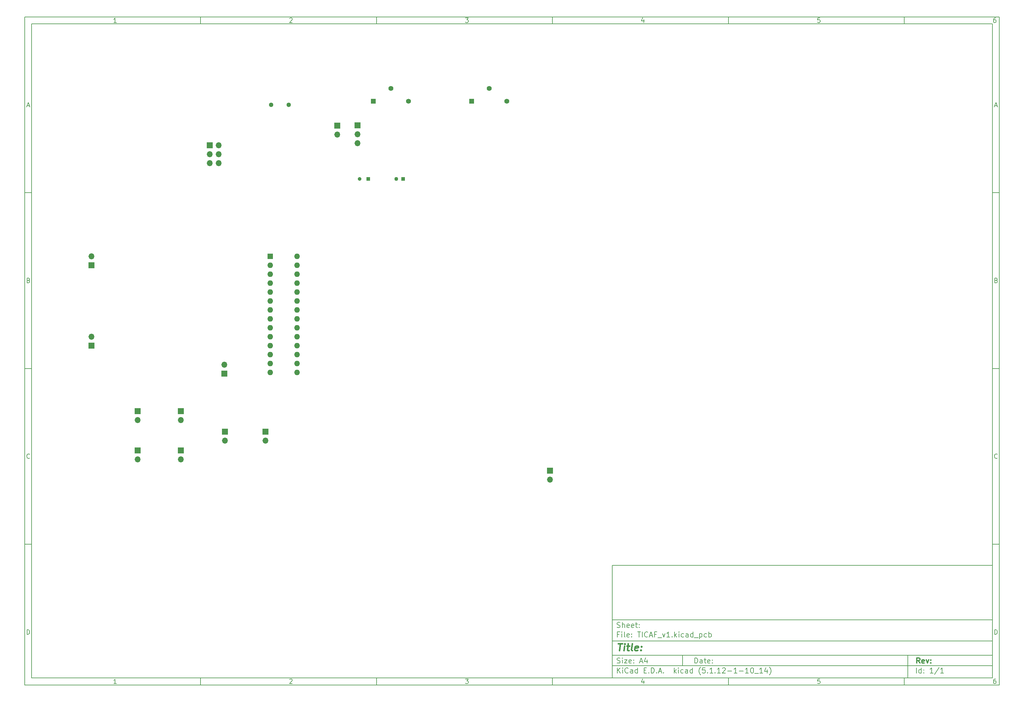
<source format=gbr>
%TF.GenerationSoftware,KiCad,Pcbnew,(5.1.12-1-10_14)*%
%TF.CreationDate,2021-12-30T00:25:25+00:00*%
%TF.ProjectId,TICAF_v1,54494341-465f-4763-912e-6b696361645f,rev?*%
%TF.SameCoordinates,Original*%
%TF.FileFunction,Soldermask,Bot*%
%TF.FilePolarity,Negative*%
%FSLAX46Y46*%
G04 Gerber Fmt 4.6, Leading zero omitted, Abs format (unit mm)*
G04 Created by KiCad (PCBNEW (5.1.12-1-10_14)) date 2021-12-30 00:25:25*
%MOMM*%
%LPD*%
G01*
G04 APERTURE LIST*
%ADD10C,0.100000*%
%ADD11C,0.150000*%
%ADD12C,0.300000*%
%ADD13C,0.400000*%
%ADD14O,1.700000X1.700000*%
%ADD15R,1.700000X1.700000*%
%ADD16O,1.600000X1.600000*%
%ADD17R,1.600000X1.600000*%
%ADD18C,1.408000*%
%ADD19R,1.408000X1.408000*%
%ADD20C,1.300000*%
%ADD21C,1.100000*%
%ADD22R,1.100000X1.100000*%
%ADD23C,1.050000*%
%ADD24R,1.050000X1.050000*%
G04 APERTURE END LIST*
D10*
D11*
X177002200Y-166007200D02*
X177002200Y-198007200D01*
X285002200Y-198007200D01*
X285002200Y-166007200D01*
X177002200Y-166007200D01*
D10*
D11*
X10000000Y-10000000D02*
X10000000Y-200007200D01*
X287002200Y-200007200D01*
X287002200Y-10000000D01*
X10000000Y-10000000D01*
D10*
D11*
X12000000Y-12000000D02*
X12000000Y-198007200D01*
X285002200Y-198007200D01*
X285002200Y-12000000D01*
X12000000Y-12000000D01*
D10*
D11*
X60000000Y-12000000D02*
X60000000Y-10000000D01*
D10*
D11*
X110000000Y-12000000D02*
X110000000Y-10000000D01*
D10*
D11*
X160000000Y-12000000D02*
X160000000Y-10000000D01*
D10*
D11*
X210000000Y-12000000D02*
X210000000Y-10000000D01*
D10*
D11*
X260000000Y-12000000D02*
X260000000Y-10000000D01*
D10*
D11*
X36065476Y-11588095D02*
X35322619Y-11588095D01*
X35694047Y-11588095D02*
X35694047Y-10288095D01*
X35570238Y-10473809D01*
X35446428Y-10597619D01*
X35322619Y-10659523D01*
D10*
D11*
X85322619Y-10411904D02*
X85384523Y-10350000D01*
X85508333Y-10288095D01*
X85817857Y-10288095D01*
X85941666Y-10350000D01*
X86003571Y-10411904D01*
X86065476Y-10535714D01*
X86065476Y-10659523D01*
X86003571Y-10845238D01*
X85260714Y-11588095D01*
X86065476Y-11588095D01*
D10*
D11*
X135260714Y-10288095D02*
X136065476Y-10288095D01*
X135632142Y-10783333D01*
X135817857Y-10783333D01*
X135941666Y-10845238D01*
X136003571Y-10907142D01*
X136065476Y-11030952D01*
X136065476Y-11340476D01*
X136003571Y-11464285D01*
X135941666Y-11526190D01*
X135817857Y-11588095D01*
X135446428Y-11588095D01*
X135322619Y-11526190D01*
X135260714Y-11464285D01*
D10*
D11*
X185941666Y-10721428D02*
X185941666Y-11588095D01*
X185632142Y-10226190D02*
X185322619Y-11154761D01*
X186127380Y-11154761D01*
D10*
D11*
X236003571Y-10288095D02*
X235384523Y-10288095D01*
X235322619Y-10907142D01*
X235384523Y-10845238D01*
X235508333Y-10783333D01*
X235817857Y-10783333D01*
X235941666Y-10845238D01*
X236003571Y-10907142D01*
X236065476Y-11030952D01*
X236065476Y-11340476D01*
X236003571Y-11464285D01*
X235941666Y-11526190D01*
X235817857Y-11588095D01*
X235508333Y-11588095D01*
X235384523Y-11526190D01*
X235322619Y-11464285D01*
D10*
D11*
X285941666Y-10288095D02*
X285694047Y-10288095D01*
X285570238Y-10350000D01*
X285508333Y-10411904D01*
X285384523Y-10597619D01*
X285322619Y-10845238D01*
X285322619Y-11340476D01*
X285384523Y-11464285D01*
X285446428Y-11526190D01*
X285570238Y-11588095D01*
X285817857Y-11588095D01*
X285941666Y-11526190D01*
X286003571Y-11464285D01*
X286065476Y-11340476D01*
X286065476Y-11030952D01*
X286003571Y-10907142D01*
X285941666Y-10845238D01*
X285817857Y-10783333D01*
X285570238Y-10783333D01*
X285446428Y-10845238D01*
X285384523Y-10907142D01*
X285322619Y-11030952D01*
D10*
D11*
X60000000Y-198007200D02*
X60000000Y-200007200D01*
D10*
D11*
X110000000Y-198007200D02*
X110000000Y-200007200D01*
D10*
D11*
X160000000Y-198007200D02*
X160000000Y-200007200D01*
D10*
D11*
X210000000Y-198007200D02*
X210000000Y-200007200D01*
D10*
D11*
X260000000Y-198007200D02*
X260000000Y-200007200D01*
D10*
D11*
X36065476Y-199595295D02*
X35322619Y-199595295D01*
X35694047Y-199595295D02*
X35694047Y-198295295D01*
X35570238Y-198481009D01*
X35446428Y-198604819D01*
X35322619Y-198666723D01*
D10*
D11*
X85322619Y-198419104D02*
X85384523Y-198357200D01*
X85508333Y-198295295D01*
X85817857Y-198295295D01*
X85941666Y-198357200D01*
X86003571Y-198419104D01*
X86065476Y-198542914D01*
X86065476Y-198666723D01*
X86003571Y-198852438D01*
X85260714Y-199595295D01*
X86065476Y-199595295D01*
D10*
D11*
X135260714Y-198295295D02*
X136065476Y-198295295D01*
X135632142Y-198790533D01*
X135817857Y-198790533D01*
X135941666Y-198852438D01*
X136003571Y-198914342D01*
X136065476Y-199038152D01*
X136065476Y-199347676D01*
X136003571Y-199471485D01*
X135941666Y-199533390D01*
X135817857Y-199595295D01*
X135446428Y-199595295D01*
X135322619Y-199533390D01*
X135260714Y-199471485D01*
D10*
D11*
X185941666Y-198728628D02*
X185941666Y-199595295D01*
X185632142Y-198233390D02*
X185322619Y-199161961D01*
X186127380Y-199161961D01*
D10*
D11*
X236003571Y-198295295D02*
X235384523Y-198295295D01*
X235322619Y-198914342D01*
X235384523Y-198852438D01*
X235508333Y-198790533D01*
X235817857Y-198790533D01*
X235941666Y-198852438D01*
X236003571Y-198914342D01*
X236065476Y-199038152D01*
X236065476Y-199347676D01*
X236003571Y-199471485D01*
X235941666Y-199533390D01*
X235817857Y-199595295D01*
X235508333Y-199595295D01*
X235384523Y-199533390D01*
X235322619Y-199471485D01*
D10*
D11*
X285941666Y-198295295D02*
X285694047Y-198295295D01*
X285570238Y-198357200D01*
X285508333Y-198419104D01*
X285384523Y-198604819D01*
X285322619Y-198852438D01*
X285322619Y-199347676D01*
X285384523Y-199471485D01*
X285446428Y-199533390D01*
X285570238Y-199595295D01*
X285817857Y-199595295D01*
X285941666Y-199533390D01*
X286003571Y-199471485D01*
X286065476Y-199347676D01*
X286065476Y-199038152D01*
X286003571Y-198914342D01*
X285941666Y-198852438D01*
X285817857Y-198790533D01*
X285570238Y-198790533D01*
X285446428Y-198852438D01*
X285384523Y-198914342D01*
X285322619Y-199038152D01*
D10*
D11*
X10000000Y-60000000D02*
X12000000Y-60000000D01*
D10*
D11*
X10000000Y-110000000D02*
X12000000Y-110000000D01*
D10*
D11*
X10000000Y-160000000D02*
X12000000Y-160000000D01*
D10*
D11*
X10690476Y-35216666D02*
X11309523Y-35216666D01*
X10566666Y-35588095D02*
X11000000Y-34288095D01*
X11433333Y-35588095D01*
D10*
D11*
X11092857Y-84907142D02*
X11278571Y-84969047D01*
X11340476Y-85030952D01*
X11402380Y-85154761D01*
X11402380Y-85340476D01*
X11340476Y-85464285D01*
X11278571Y-85526190D01*
X11154761Y-85588095D01*
X10659523Y-85588095D01*
X10659523Y-84288095D01*
X11092857Y-84288095D01*
X11216666Y-84350000D01*
X11278571Y-84411904D01*
X11340476Y-84535714D01*
X11340476Y-84659523D01*
X11278571Y-84783333D01*
X11216666Y-84845238D01*
X11092857Y-84907142D01*
X10659523Y-84907142D01*
D10*
D11*
X11402380Y-135464285D02*
X11340476Y-135526190D01*
X11154761Y-135588095D01*
X11030952Y-135588095D01*
X10845238Y-135526190D01*
X10721428Y-135402380D01*
X10659523Y-135278571D01*
X10597619Y-135030952D01*
X10597619Y-134845238D01*
X10659523Y-134597619D01*
X10721428Y-134473809D01*
X10845238Y-134350000D01*
X11030952Y-134288095D01*
X11154761Y-134288095D01*
X11340476Y-134350000D01*
X11402380Y-134411904D01*
D10*
D11*
X10659523Y-185588095D02*
X10659523Y-184288095D01*
X10969047Y-184288095D01*
X11154761Y-184350000D01*
X11278571Y-184473809D01*
X11340476Y-184597619D01*
X11402380Y-184845238D01*
X11402380Y-185030952D01*
X11340476Y-185278571D01*
X11278571Y-185402380D01*
X11154761Y-185526190D01*
X10969047Y-185588095D01*
X10659523Y-185588095D01*
D10*
D11*
X287002200Y-60000000D02*
X285002200Y-60000000D01*
D10*
D11*
X287002200Y-110000000D02*
X285002200Y-110000000D01*
D10*
D11*
X287002200Y-160000000D02*
X285002200Y-160000000D01*
D10*
D11*
X285692676Y-35216666D02*
X286311723Y-35216666D01*
X285568866Y-35588095D02*
X286002200Y-34288095D01*
X286435533Y-35588095D01*
D10*
D11*
X286095057Y-84907142D02*
X286280771Y-84969047D01*
X286342676Y-85030952D01*
X286404580Y-85154761D01*
X286404580Y-85340476D01*
X286342676Y-85464285D01*
X286280771Y-85526190D01*
X286156961Y-85588095D01*
X285661723Y-85588095D01*
X285661723Y-84288095D01*
X286095057Y-84288095D01*
X286218866Y-84350000D01*
X286280771Y-84411904D01*
X286342676Y-84535714D01*
X286342676Y-84659523D01*
X286280771Y-84783333D01*
X286218866Y-84845238D01*
X286095057Y-84907142D01*
X285661723Y-84907142D01*
D10*
D11*
X286404580Y-135464285D02*
X286342676Y-135526190D01*
X286156961Y-135588095D01*
X286033152Y-135588095D01*
X285847438Y-135526190D01*
X285723628Y-135402380D01*
X285661723Y-135278571D01*
X285599819Y-135030952D01*
X285599819Y-134845238D01*
X285661723Y-134597619D01*
X285723628Y-134473809D01*
X285847438Y-134350000D01*
X286033152Y-134288095D01*
X286156961Y-134288095D01*
X286342676Y-134350000D01*
X286404580Y-134411904D01*
D10*
D11*
X285661723Y-185588095D02*
X285661723Y-184288095D01*
X285971247Y-184288095D01*
X286156961Y-184350000D01*
X286280771Y-184473809D01*
X286342676Y-184597619D01*
X286404580Y-184845238D01*
X286404580Y-185030952D01*
X286342676Y-185278571D01*
X286280771Y-185402380D01*
X286156961Y-185526190D01*
X285971247Y-185588095D01*
X285661723Y-185588095D01*
D10*
D11*
X200434342Y-193785771D02*
X200434342Y-192285771D01*
X200791485Y-192285771D01*
X201005771Y-192357200D01*
X201148628Y-192500057D01*
X201220057Y-192642914D01*
X201291485Y-192928628D01*
X201291485Y-193142914D01*
X201220057Y-193428628D01*
X201148628Y-193571485D01*
X201005771Y-193714342D01*
X200791485Y-193785771D01*
X200434342Y-193785771D01*
X202577200Y-193785771D02*
X202577200Y-193000057D01*
X202505771Y-192857200D01*
X202362914Y-192785771D01*
X202077200Y-192785771D01*
X201934342Y-192857200D01*
X202577200Y-193714342D02*
X202434342Y-193785771D01*
X202077200Y-193785771D01*
X201934342Y-193714342D01*
X201862914Y-193571485D01*
X201862914Y-193428628D01*
X201934342Y-193285771D01*
X202077200Y-193214342D01*
X202434342Y-193214342D01*
X202577200Y-193142914D01*
X203077200Y-192785771D02*
X203648628Y-192785771D01*
X203291485Y-192285771D02*
X203291485Y-193571485D01*
X203362914Y-193714342D01*
X203505771Y-193785771D01*
X203648628Y-193785771D01*
X204720057Y-193714342D02*
X204577200Y-193785771D01*
X204291485Y-193785771D01*
X204148628Y-193714342D01*
X204077200Y-193571485D01*
X204077200Y-193000057D01*
X204148628Y-192857200D01*
X204291485Y-192785771D01*
X204577200Y-192785771D01*
X204720057Y-192857200D01*
X204791485Y-193000057D01*
X204791485Y-193142914D01*
X204077200Y-193285771D01*
X205434342Y-193642914D02*
X205505771Y-193714342D01*
X205434342Y-193785771D01*
X205362914Y-193714342D01*
X205434342Y-193642914D01*
X205434342Y-193785771D01*
X205434342Y-192857200D02*
X205505771Y-192928628D01*
X205434342Y-193000057D01*
X205362914Y-192928628D01*
X205434342Y-192857200D01*
X205434342Y-193000057D01*
D10*
D11*
X177002200Y-194507200D02*
X285002200Y-194507200D01*
D10*
D11*
X178434342Y-196585771D02*
X178434342Y-195085771D01*
X179291485Y-196585771D02*
X178648628Y-195728628D01*
X179291485Y-195085771D02*
X178434342Y-195942914D01*
X179934342Y-196585771D02*
X179934342Y-195585771D01*
X179934342Y-195085771D02*
X179862914Y-195157200D01*
X179934342Y-195228628D01*
X180005771Y-195157200D01*
X179934342Y-195085771D01*
X179934342Y-195228628D01*
X181505771Y-196442914D02*
X181434342Y-196514342D01*
X181220057Y-196585771D01*
X181077200Y-196585771D01*
X180862914Y-196514342D01*
X180720057Y-196371485D01*
X180648628Y-196228628D01*
X180577200Y-195942914D01*
X180577200Y-195728628D01*
X180648628Y-195442914D01*
X180720057Y-195300057D01*
X180862914Y-195157200D01*
X181077200Y-195085771D01*
X181220057Y-195085771D01*
X181434342Y-195157200D01*
X181505771Y-195228628D01*
X182791485Y-196585771D02*
X182791485Y-195800057D01*
X182720057Y-195657200D01*
X182577200Y-195585771D01*
X182291485Y-195585771D01*
X182148628Y-195657200D01*
X182791485Y-196514342D02*
X182648628Y-196585771D01*
X182291485Y-196585771D01*
X182148628Y-196514342D01*
X182077200Y-196371485D01*
X182077200Y-196228628D01*
X182148628Y-196085771D01*
X182291485Y-196014342D01*
X182648628Y-196014342D01*
X182791485Y-195942914D01*
X184148628Y-196585771D02*
X184148628Y-195085771D01*
X184148628Y-196514342D02*
X184005771Y-196585771D01*
X183720057Y-196585771D01*
X183577200Y-196514342D01*
X183505771Y-196442914D01*
X183434342Y-196300057D01*
X183434342Y-195871485D01*
X183505771Y-195728628D01*
X183577200Y-195657200D01*
X183720057Y-195585771D01*
X184005771Y-195585771D01*
X184148628Y-195657200D01*
X186005771Y-195800057D02*
X186505771Y-195800057D01*
X186720057Y-196585771D02*
X186005771Y-196585771D01*
X186005771Y-195085771D01*
X186720057Y-195085771D01*
X187362914Y-196442914D02*
X187434342Y-196514342D01*
X187362914Y-196585771D01*
X187291485Y-196514342D01*
X187362914Y-196442914D01*
X187362914Y-196585771D01*
X188077200Y-196585771D02*
X188077200Y-195085771D01*
X188434342Y-195085771D01*
X188648628Y-195157200D01*
X188791485Y-195300057D01*
X188862914Y-195442914D01*
X188934342Y-195728628D01*
X188934342Y-195942914D01*
X188862914Y-196228628D01*
X188791485Y-196371485D01*
X188648628Y-196514342D01*
X188434342Y-196585771D01*
X188077200Y-196585771D01*
X189577200Y-196442914D02*
X189648628Y-196514342D01*
X189577200Y-196585771D01*
X189505771Y-196514342D01*
X189577200Y-196442914D01*
X189577200Y-196585771D01*
X190220057Y-196157200D02*
X190934342Y-196157200D01*
X190077200Y-196585771D02*
X190577200Y-195085771D01*
X191077200Y-196585771D01*
X191577200Y-196442914D02*
X191648628Y-196514342D01*
X191577200Y-196585771D01*
X191505771Y-196514342D01*
X191577200Y-196442914D01*
X191577200Y-196585771D01*
X194577200Y-196585771D02*
X194577200Y-195085771D01*
X194720057Y-196014342D02*
X195148628Y-196585771D01*
X195148628Y-195585771D02*
X194577200Y-196157200D01*
X195791485Y-196585771D02*
X195791485Y-195585771D01*
X195791485Y-195085771D02*
X195720057Y-195157200D01*
X195791485Y-195228628D01*
X195862914Y-195157200D01*
X195791485Y-195085771D01*
X195791485Y-195228628D01*
X197148628Y-196514342D02*
X197005771Y-196585771D01*
X196720057Y-196585771D01*
X196577200Y-196514342D01*
X196505771Y-196442914D01*
X196434342Y-196300057D01*
X196434342Y-195871485D01*
X196505771Y-195728628D01*
X196577200Y-195657200D01*
X196720057Y-195585771D01*
X197005771Y-195585771D01*
X197148628Y-195657200D01*
X198434342Y-196585771D02*
X198434342Y-195800057D01*
X198362914Y-195657200D01*
X198220057Y-195585771D01*
X197934342Y-195585771D01*
X197791485Y-195657200D01*
X198434342Y-196514342D02*
X198291485Y-196585771D01*
X197934342Y-196585771D01*
X197791485Y-196514342D01*
X197720057Y-196371485D01*
X197720057Y-196228628D01*
X197791485Y-196085771D01*
X197934342Y-196014342D01*
X198291485Y-196014342D01*
X198434342Y-195942914D01*
X199791485Y-196585771D02*
X199791485Y-195085771D01*
X199791485Y-196514342D02*
X199648628Y-196585771D01*
X199362914Y-196585771D01*
X199220057Y-196514342D01*
X199148628Y-196442914D01*
X199077200Y-196300057D01*
X199077200Y-195871485D01*
X199148628Y-195728628D01*
X199220057Y-195657200D01*
X199362914Y-195585771D01*
X199648628Y-195585771D01*
X199791485Y-195657200D01*
X202077200Y-197157200D02*
X202005771Y-197085771D01*
X201862914Y-196871485D01*
X201791485Y-196728628D01*
X201720057Y-196514342D01*
X201648628Y-196157200D01*
X201648628Y-195871485D01*
X201720057Y-195514342D01*
X201791485Y-195300057D01*
X201862914Y-195157200D01*
X202005771Y-194942914D01*
X202077200Y-194871485D01*
X203362914Y-195085771D02*
X202648628Y-195085771D01*
X202577200Y-195800057D01*
X202648628Y-195728628D01*
X202791485Y-195657200D01*
X203148628Y-195657200D01*
X203291485Y-195728628D01*
X203362914Y-195800057D01*
X203434342Y-195942914D01*
X203434342Y-196300057D01*
X203362914Y-196442914D01*
X203291485Y-196514342D01*
X203148628Y-196585771D01*
X202791485Y-196585771D01*
X202648628Y-196514342D01*
X202577200Y-196442914D01*
X204077200Y-196442914D02*
X204148628Y-196514342D01*
X204077200Y-196585771D01*
X204005771Y-196514342D01*
X204077200Y-196442914D01*
X204077200Y-196585771D01*
X205577200Y-196585771D02*
X204720057Y-196585771D01*
X205148628Y-196585771D02*
X205148628Y-195085771D01*
X205005771Y-195300057D01*
X204862914Y-195442914D01*
X204720057Y-195514342D01*
X206220057Y-196442914D02*
X206291485Y-196514342D01*
X206220057Y-196585771D01*
X206148628Y-196514342D01*
X206220057Y-196442914D01*
X206220057Y-196585771D01*
X207720057Y-196585771D02*
X206862914Y-196585771D01*
X207291485Y-196585771D02*
X207291485Y-195085771D01*
X207148628Y-195300057D01*
X207005771Y-195442914D01*
X206862914Y-195514342D01*
X208291485Y-195228628D02*
X208362914Y-195157200D01*
X208505771Y-195085771D01*
X208862914Y-195085771D01*
X209005771Y-195157200D01*
X209077200Y-195228628D01*
X209148628Y-195371485D01*
X209148628Y-195514342D01*
X209077200Y-195728628D01*
X208220057Y-196585771D01*
X209148628Y-196585771D01*
X209791485Y-196014342D02*
X210934342Y-196014342D01*
X212434342Y-196585771D02*
X211577200Y-196585771D01*
X212005771Y-196585771D02*
X212005771Y-195085771D01*
X211862914Y-195300057D01*
X211720057Y-195442914D01*
X211577200Y-195514342D01*
X213077200Y-196014342D02*
X214220057Y-196014342D01*
X215720057Y-196585771D02*
X214862914Y-196585771D01*
X215291485Y-196585771D02*
X215291485Y-195085771D01*
X215148628Y-195300057D01*
X215005771Y-195442914D01*
X214862914Y-195514342D01*
X216648628Y-195085771D02*
X216791485Y-195085771D01*
X216934342Y-195157200D01*
X217005771Y-195228628D01*
X217077200Y-195371485D01*
X217148628Y-195657200D01*
X217148628Y-196014342D01*
X217077200Y-196300057D01*
X217005771Y-196442914D01*
X216934342Y-196514342D01*
X216791485Y-196585771D01*
X216648628Y-196585771D01*
X216505771Y-196514342D01*
X216434342Y-196442914D01*
X216362914Y-196300057D01*
X216291485Y-196014342D01*
X216291485Y-195657200D01*
X216362914Y-195371485D01*
X216434342Y-195228628D01*
X216505771Y-195157200D01*
X216648628Y-195085771D01*
X217434342Y-196728628D02*
X218577200Y-196728628D01*
X219720057Y-196585771D02*
X218862914Y-196585771D01*
X219291485Y-196585771D02*
X219291485Y-195085771D01*
X219148628Y-195300057D01*
X219005771Y-195442914D01*
X218862914Y-195514342D01*
X221005771Y-195585771D02*
X221005771Y-196585771D01*
X220648628Y-195014342D02*
X220291485Y-196085771D01*
X221220057Y-196085771D01*
X221648628Y-197157200D02*
X221720057Y-197085771D01*
X221862914Y-196871485D01*
X221934342Y-196728628D01*
X222005771Y-196514342D01*
X222077200Y-196157200D01*
X222077200Y-195871485D01*
X222005771Y-195514342D01*
X221934342Y-195300057D01*
X221862914Y-195157200D01*
X221720057Y-194942914D01*
X221648628Y-194871485D01*
D10*
D11*
X177002200Y-191507200D02*
X285002200Y-191507200D01*
D10*
D12*
X264411485Y-193785771D02*
X263911485Y-193071485D01*
X263554342Y-193785771D02*
X263554342Y-192285771D01*
X264125771Y-192285771D01*
X264268628Y-192357200D01*
X264340057Y-192428628D01*
X264411485Y-192571485D01*
X264411485Y-192785771D01*
X264340057Y-192928628D01*
X264268628Y-193000057D01*
X264125771Y-193071485D01*
X263554342Y-193071485D01*
X265625771Y-193714342D02*
X265482914Y-193785771D01*
X265197200Y-193785771D01*
X265054342Y-193714342D01*
X264982914Y-193571485D01*
X264982914Y-193000057D01*
X265054342Y-192857200D01*
X265197200Y-192785771D01*
X265482914Y-192785771D01*
X265625771Y-192857200D01*
X265697200Y-193000057D01*
X265697200Y-193142914D01*
X264982914Y-193285771D01*
X266197200Y-192785771D02*
X266554342Y-193785771D01*
X266911485Y-192785771D01*
X267482914Y-193642914D02*
X267554342Y-193714342D01*
X267482914Y-193785771D01*
X267411485Y-193714342D01*
X267482914Y-193642914D01*
X267482914Y-193785771D01*
X267482914Y-192857200D02*
X267554342Y-192928628D01*
X267482914Y-193000057D01*
X267411485Y-192928628D01*
X267482914Y-192857200D01*
X267482914Y-193000057D01*
D10*
D11*
X178362914Y-193714342D02*
X178577200Y-193785771D01*
X178934342Y-193785771D01*
X179077200Y-193714342D01*
X179148628Y-193642914D01*
X179220057Y-193500057D01*
X179220057Y-193357200D01*
X179148628Y-193214342D01*
X179077200Y-193142914D01*
X178934342Y-193071485D01*
X178648628Y-193000057D01*
X178505771Y-192928628D01*
X178434342Y-192857200D01*
X178362914Y-192714342D01*
X178362914Y-192571485D01*
X178434342Y-192428628D01*
X178505771Y-192357200D01*
X178648628Y-192285771D01*
X179005771Y-192285771D01*
X179220057Y-192357200D01*
X179862914Y-193785771D02*
X179862914Y-192785771D01*
X179862914Y-192285771D02*
X179791485Y-192357200D01*
X179862914Y-192428628D01*
X179934342Y-192357200D01*
X179862914Y-192285771D01*
X179862914Y-192428628D01*
X180434342Y-192785771D02*
X181220057Y-192785771D01*
X180434342Y-193785771D01*
X181220057Y-193785771D01*
X182362914Y-193714342D02*
X182220057Y-193785771D01*
X181934342Y-193785771D01*
X181791485Y-193714342D01*
X181720057Y-193571485D01*
X181720057Y-193000057D01*
X181791485Y-192857200D01*
X181934342Y-192785771D01*
X182220057Y-192785771D01*
X182362914Y-192857200D01*
X182434342Y-193000057D01*
X182434342Y-193142914D01*
X181720057Y-193285771D01*
X183077200Y-193642914D02*
X183148628Y-193714342D01*
X183077200Y-193785771D01*
X183005771Y-193714342D01*
X183077200Y-193642914D01*
X183077200Y-193785771D01*
X183077200Y-192857200D02*
X183148628Y-192928628D01*
X183077200Y-193000057D01*
X183005771Y-192928628D01*
X183077200Y-192857200D01*
X183077200Y-193000057D01*
X184862914Y-193357200D02*
X185577200Y-193357200D01*
X184720057Y-193785771D02*
X185220057Y-192285771D01*
X185720057Y-193785771D01*
X186862914Y-192785771D02*
X186862914Y-193785771D01*
X186505771Y-192214342D02*
X186148628Y-193285771D01*
X187077200Y-193285771D01*
D10*
D11*
X263434342Y-196585771D02*
X263434342Y-195085771D01*
X264791485Y-196585771D02*
X264791485Y-195085771D01*
X264791485Y-196514342D02*
X264648628Y-196585771D01*
X264362914Y-196585771D01*
X264220057Y-196514342D01*
X264148628Y-196442914D01*
X264077200Y-196300057D01*
X264077200Y-195871485D01*
X264148628Y-195728628D01*
X264220057Y-195657200D01*
X264362914Y-195585771D01*
X264648628Y-195585771D01*
X264791485Y-195657200D01*
X265505771Y-196442914D02*
X265577200Y-196514342D01*
X265505771Y-196585771D01*
X265434342Y-196514342D01*
X265505771Y-196442914D01*
X265505771Y-196585771D01*
X265505771Y-195657200D02*
X265577200Y-195728628D01*
X265505771Y-195800057D01*
X265434342Y-195728628D01*
X265505771Y-195657200D01*
X265505771Y-195800057D01*
X268148628Y-196585771D02*
X267291485Y-196585771D01*
X267720057Y-196585771D02*
X267720057Y-195085771D01*
X267577200Y-195300057D01*
X267434342Y-195442914D01*
X267291485Y-195514342D01*
X269862914Y-195014342D02*
X268577200Y-196942914D01*
X271148628Y-196585771D02*
X270291485Y-196585771D01*
X270720057Y-196585771D02*
X270720057Y-195085771D01*
X270577200Y-195300057D01*
X270434342Y-195442914D01*
X270291485Y-195514342D01*
D10*
D11*
X177002200Y-187507200D02*
X285002200Y-187507200D01*
D10*
D13*
X178714580Y-188211961D02*
X179857438Y-188211961D01*
X179036009Y-190211961D02*
X179286009Y-188211961D01*
X180274104Y-190211961D02*
X180440771Y-188878628D01*
X180524104Y-188211961D02*
X180416961Y-188307200D01*
X180500295Y-188402438D01*
X180607438Y-188307200D01*
X180524104Y-188211961D01*
X180500295Y-188402438D01*
X181107438Y-188878628D02*
X181869342Y-188878628D01*
X181476485Y-188211961D02*
X181262200Y-189926247D01*
X181333628Y-190116723D01*
X181512200Y-190211961D01*
X181702676Y-190211961D01*
X182655057Y-190211961D02*
X182476485Y-190116723D01*
X182405057Y-189926247D01*
X182619342Y-188211961D01*
X184190771Y-190116723D02*
X183988390Y-190211961D01*
X183607438Y-190211961D01*
X183428866Y-190116723D01*
X183357438Y-189926247D01*
X183452676Y-189164342D01*
X183571723Y-188973866D01*
X183774104Y-188878628D01*
X184155057Y-188878628D01*
X184333628Y-188973866D01*
X184405057Y-189164342D01*
X184381247Y-189354819D01*
X183405057Y-189545295D01*
X185155057Y-190021485D02*
X185238390Y-190116723D01*
X185131247Y-190211961D01*
X185047914Y-190116723D01*
X185155057Y-190021485D01*
X185131247Y-190211961D01*
X185286009Y-188973866D02*
X185369342Y-189069104D01*
X185262200Y-189164342D01*
X185178866Y-189069104D01*
X185286009Y-188973866D01*
X185262200Y-189164342D01*
D10*
D11*
X178934342Y-185600057D02*
X178434342Y-185600057D01*
X178434342Y-186385771D02*
X178434342Y-184885771D01*
X179148628Y-184885771D01*
X179720057Y-186385771D02*
X179720057Y-185385771D01*
X179720057Y-184885771D02*
X179648628Y-184957200D01*
X179720057Y-185028628D01*
X179791485Y-184957200D01*
X179720057Y-184885771D01*
X179720057Y-185028628D01*
X180648628Y-186385771D02*
X180505771Y-186314342D01*
X180434342Y-186171485D01*
X180434342Y-184885771D01*
X181791485Y-186314342D02*
X181648628Y-186385771D01*
X181362914Y-186385771D01*
X181220057Y-186314342D01*
X181148628Y-186171485D01*
X181148628Y-185600057D01*
X181220057Y-185457200D01*
X181362914Y-185385771D01*
X181648628Y-185385771D01*
X181791485Y-185457200D01*
X181862914Y-185600057D01*
X181862914Y-185742914D01*
X181148628Y-185885771D01*
X182505771Y-186242914D02*
X182577200Y-186314342D01*
X182505771Y-186385771D01*
X182434342Y-186314342D01*
X182505771Y-186242914D01*
X182505771Y-186385771D01*
X182505771Y-185457200D02*
X182577200Y-185528628D01*
X182505771Y-185600057D01*
X182434342Y-185528628D01*
X182505771Y-185457200D01*
X182505771Y-185600057D01*
X184148628Y-184885771D02*
X185005771Y-184885771D01*
X184577200Y-186385771D02*
X184577200Y-184885771D01*
X185505771Y-186385771D02*
X185505771Y-184885771D01*
X187077200Y-186242914D02*
X187005771Y-186314342D01*
X186791485Y-186385771D01*
X186648628Y-186385771D01*
X186434342Y-186314342D01*
X186291485Y-186171485D01*
X186220057Y-186028628D01*
X186148628Y-185742914D01*
X186148628Y-185528628D01*
X186220057Y-185242914D01*
X186291485Y-185100057D01*
X186434342Y-184957200D01*
X186648628Y-184885771D01*
X186791485Y-184885771D01*
X187005771Y-184957200D01*
X187077200Y-185028628D01*
X187648628Y-185957200D02*
X188362914Y-185957200D01*
X187505771Y-186385771D02*
X188005771Y-184885771D01*
X188505771Y-186385771D01*
X189505771Y-185600057D02*
X189005771Y-185600057D01*
X189005771Y-186385771D02*
X189005771Y-184885771D01*
X189720057Y-184885771D01*
X189934342Y-186528628D02*
X191077200Y-186528628D01*
X191291485Y-185385771D02*
X191648628Y-186385771D01*
X192005771Y-185385771D01*
X193362914Y-186385771D02*
X192505771Y-186385771D01*
X192934342Y-186385771D02*
X192934342Y-184885771D01*
X192791485Y-185100057D01*
X192648628Y-185242914D01*
X192505771Y-185314342D01*
X194005771Y-186242914D02*
X194077200Y-186314342D01*
X194005771Y-186385771D01*
X193934342Y-186314342D01*
X194005771Y-186242914D01*
X194005771Y-186385771D01*
X194720057Y-186385771D02*
X194720057Y-184885771D01*
X194862914Y-185814342D02*
X195291485Y-186385771D01*
X195291485Y-185385771D02*
X194720057Y-185957200D01*
X195934342Y-186385771D02*
X195934342Y-185385771D01*
X195934342Y-184885771D02*
X195862914Y-184957200D01*
X195934342Y-185028628D01*
X196005771Y-184957200D01*
X195934342Y-184885771D01*
X195934342Y-185028628D01*
X197291485Y-186314342D02*
X197148628Y-186385771D01*
X196862914Y-186385771D01*
X196720057Y-186314342D01*
X196648628Y-186242914D01*
X196577200Y-186100057D01*
X196577200Y-185671485D01*
X196648628Y-185528628D01*
X196720057Y-185457200D01*
X196862914Y-185385771D01*
X197148628Y-185385771D01*
X197291485Y-185457200D01*
X198577200Y-186385771D02*
X198577200Y-185600057D01*
X198505771Y-185457200D01*
X198362914Y-185385771D01*
X198077200Y-185385771D01*
X197934342Y-185457200D01*
X198577200Y-186314342D02*
X198434342Y-186385771D01*
X198077200Y-186385771D01*
X197934342Y-186314342D01*
X197862914Y-186171485D01*
X197862914Y-186028628D01*
X197934342Y-185885771D01*
X198077200Y-185814342D01*
X198434342Y-185814342D01*
X198577200Y-185742914D01*
X199934342Y-186385771D02*
X199934342Y-184885771D01*
X199934342Y-186314342D02*
X199791485Y-186385771D01*
X199505771Y-186385771D01*
X199362914Y-186314342D01*
X199291485Y-186242914D01*
X199220057Y-186100057D01*
X199220057Y-185671485D01*
X199291485Y-185528628D01*
X199362914Y-185457200D01*
X199505771Y-185385771D01*
X199791485Y-185385771D01*
X199934342Y-185457200D01*
X200291485Y-186528628D02*
X201434342Y-186528628D01*
X201791485Y-185385771D02*
X201791485Y-186885771D01*
X201791485Y-185457200D02*
X201934342Y-185385771D01*
X202220057Y-185385771D01*
X202362914Y-185457200D01*
X202434342Y-185528628D01*
X202505771Y-185671485D01*
X202505771Y-186100057D01*
X202434342Y-186242914D01*
X202362914Y-186314342D01*
X202220057Y-186385771D01*
X201934342Y-186385771D01*
X201791485Y-186314342D01*
X203791485Y-186314342D02*
X203648628Y-186385771D01*
X203362914Y-186385771D01*
X203220057Y-186314342D01*
X203148628Y-186242914D01*
X203077200Y-186100057D01*
X203077200Y-185671485D01*
X203148628Y-185528628D01*
X203220057Y-185457200D01*
X203362914Y-185385771D01*
X203648628Y-185385771D01*
X203791485Y-185457200D01*
X204434342Y-186385771D02*
X204434342Y-184885771D01*
X204434342Y-185457200D02*
X204577200Y-185385771D01*
X204862914Y-185385771D01*
X205005771Y-185457200D01*
X205077200Y-185528628D01*
X205148628Y-185671485D01*
X205148628Y-186100057D01*
X205077200Y-186242914D01*
X205005771Y-186314342D01*
X204862914Y-186385771D01*
X204577200Y-186385771D01*
X204434342Y-186314342D01*
D10*
D11*
X177002200Y-181507200D02*
X285002200Y-181507200D01*
D10*
D11*
X178362914Y-183614342D02*
X178577200Y-183685771D01*
X178934342Y-183685771D01*
X179077200Y-183614342D01*
X179148628Y-183542914D01*
X179220057Y-183400057D01*
X179220057Y-183257200D01*
X179148628Y-183114342D01*
X179077200Y-183042914D01*
X178934342Y-182971485D01*
X178648628Y-182900057D01*
X178505771Y-182828628D01*
X178434342Y-182757200D01*
X178362914Y-182614342D01*
X178362914Y-182471485D01*
X178434342Y-182328628D01*
X178505771Y-182257200D01*
X178648628Y-182185771D01*
X179005771Y-182185771D01*
X179220057Y-182257200D01*
X179862914Y-183685771D02*
X179862914Y-182185771D01*
X180505771Y-183685771D02*
X180505771Y-182900057D01*
X180434342Y-182757200D01*
X180291485Y-182685771D01*
X180077200Y-182685771D01*
X179934342Y-182757200D01*
X179862914Y-182828628D01*
X181791485Y-183614342D02*
X181648628Y-183685771D01*
X181362914Y-183685771D01*
X181220057Y-183614342D01*
X181148628Y-183471485D01*
X181148628Y-182900057D01*
X181220057Y-182757200D01*
X181362914Y-182685771D01*
X181648628Y-182685771D01*
X181791485Y-182757200D01*
X181862914Y-182900057D01*
X181862914Y-183042914D01*
X181148628Y-183185771D01*
X183077200Y-183614342D02*
X182934342Y-183685771D01*
X182648628Y-183685771D01*
X182505771Y-183614342D01*
X182434342Y-183471485D01*
X182434342Y-182900057D01*
X182505771Y-182757200D01*
X182648628Y-182685771D01*
X182934342Y-182685771D01*
X183077200Y-182757200D01*
X183148628Y-182900057D01*
X183148628Y-183042914D01*
X182434342Y-183185771D01*
X183577200Y-182685771D02*
X184148628Y-182685771D01*
X183791485Y-182185771D02*
X183791485Y-183471485D01*
X183862914Y-183614342D01*
X184005771Y-183685771D01*
X184148628Y-183685771D01*
X184648628Y-183542914D02*
X184720057Y-183614342D01*
X184648628Y-183685771D01*
X184577200Y-183614342D01*
X184648628Y-183542914D01*
X184648628Y-183685771D01*
X184648628Y-182757200D02*
X184720057Y-182828628D01*
X184648628Y-182900057D01*
X184577200Y-182828628D01*
X184648628Y-182757200D01*
X184648628Y-182900057D01*
D10*
D11*
X197002200Y-191507200D02*
X197002200Y-194507200D01*
D10*
D11*
X261002200Y-191507200D02*
X261002200Y-198007200D01*
D14*
%TO.C,J15*%
X78450000Y-130530000D03*
D15*
X78450000Y-127990000D03*
%TD*%
D14*
%TO.C,J14*%
X42120000Y-135850000D03*
D15*
X42120000Y-133310000D03*
%TD*%
D14*
%TO.C,J13*%
X66910000Y-130480000D03*
D15*
X66910000Y-127940000D03*
%TD*%
D14*
%TO.C,J12*%
X54430000Y-135830000D03*
D15*
X54430000Y-133290000D03*
%TD*%
D14*
%TO.C,J11*%
X54430000Y-124650000D03*
D15*
X54430000Y-122110000D03*
%TD*%
D14*
%TO.C,J10*%
X42110000Y-124640000D03*
D15*
X42110000Y-122100000D03*
%TD*%
D14*
%TO.C,J9*%
X66750000Y-108890000D03*
D15*
X66750000Y-111430000D03*
%TD*%
D16*
%TO.C,U1*%
X87366000Y-78130500D03*
X79746000Y-111150500D03*
X87366000Y-80670500D03*
X79746000Y-108610500D03*
X87366000Y-83210500D03*
X79746000Y-106070500D03*
X87366000Y-85750500D03*
X79746000Y-103530500D03*
X87366000Y-88290500D03*
X79746000Y-100990500D03*
X87366000Y-90830500D03*
X79746000Y-98450500D03*
X87366000Y-93370500D03*
X79746000Y-95910500D03*
X87366000Y-95910500D03*
X79746000Y-93370500D03*
X87366000Y-98450500D03*
X79746000Y-90830500D03*
X87366000Y-100990500D03*
X79746000Y-88290500D03*
X87366000Y-103530500D03*
X79746000Y-85750500D03*
X87366000Y-106070500D03*
X79746000Y-83210500D03*
X87366000Y-108610500D03*
X79746000Y-80670500D03*
X87366000Y-111150500D03*
D17*
X79746000Y-78130500D03*
%TD*%
D14*
%TO.C,SC1*%
X28956000Y-100965000D03*
D15*
X28956000Y-103505000D03*
%TD*%
D14*
%TO.C,M4*%
X159290000Y-141590000D03*
D15*
X159290000Y-139050000D03*
%TD*%
D18*
%TO.C,J6*%
X146986000Y-33940500D03*
X141986000Y-30340500D03*
D19*
X136986000Y-33940500D03*
%TD*%
D18*
%TO.C,J5*%
X119046000Y-33940500D03*
X114046000Y-30340500D03*
D19*
X109046000Y-33940500D03*
%TD*%
D14*
%TO.C,J4*%
X65151000Y-51625500D03*
X62611000Y-51625500D03*
X65151000Y-49085500D03*
X62611000Y-49085500D03*
X65151000Y-46545500D03*
D15*
X62611000Y-46545500D03*
%TD*%
D14*
%TO.C,J3*%
X98806000Y-43484800D03*
D15*
X98806000Y-40944800D03*
%TD*%
D20*
%TO.C,J2*%
X80050000Y-34988500D03*
X85050000Y-34988500D03*
%TD*%
D14*
%TO.C,J1*%
X104584500Y-45910500D03*
X104584500Y-43370500D03*
D15*
X104584500Y-40830500D03*
%TD*%
D21*
%TO.C,C2*%
X115586000Y-56070500D03*
D22*
X117586000Y-56070500D03*
%TD*%
D23*
%TO.C,C1*%
X105176000Y-56070500D03*
D24*
X107676000Y-56070500D03*
%TD*%
D14*
%TO.C,BT1*%
X28956000Y-78105000D03*
D15*
X28956000Y-80645000D03*
%TD*%
M02*

</source>
